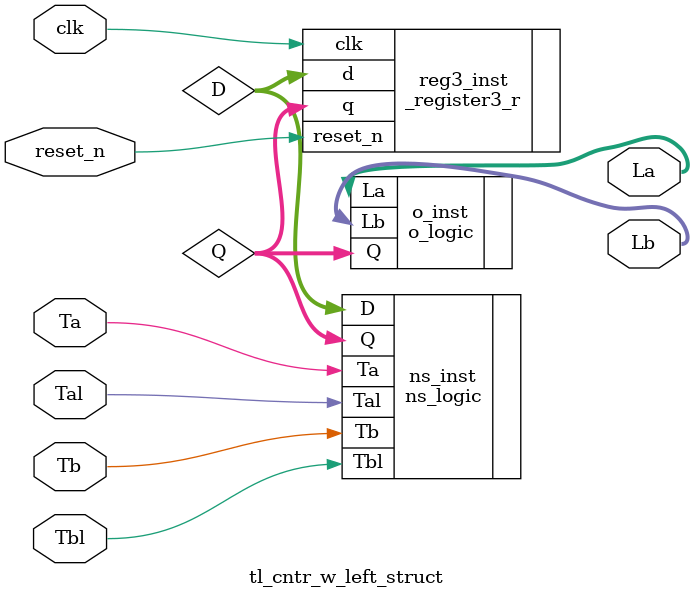
<source format=v>
module tl_cntr_w_left_struct(clk, reset_n, Ta, Tal, Tb, Tbl, La, Lb);
  input clk, reset_n, Ta, Tal, Tb, Tbl;
  output [1:0] La, Lb;
  wire [2:0] Q;
  wire [2:0] D;
  
  //instance
  ns_logic ns_inst(.Ta(Ta), .Tal(Tal), .Tb(Tb), .Tbl(Tbl), .Q(Q), .D(D));
  _register3_r reg3_inst(.clk(clk), .reset_n(reset_n), .d(D), .q(Q));
  o_logic o_inst(.Q(Q), .La(La), .Lb(Lb));
  
endmodule

</source>
